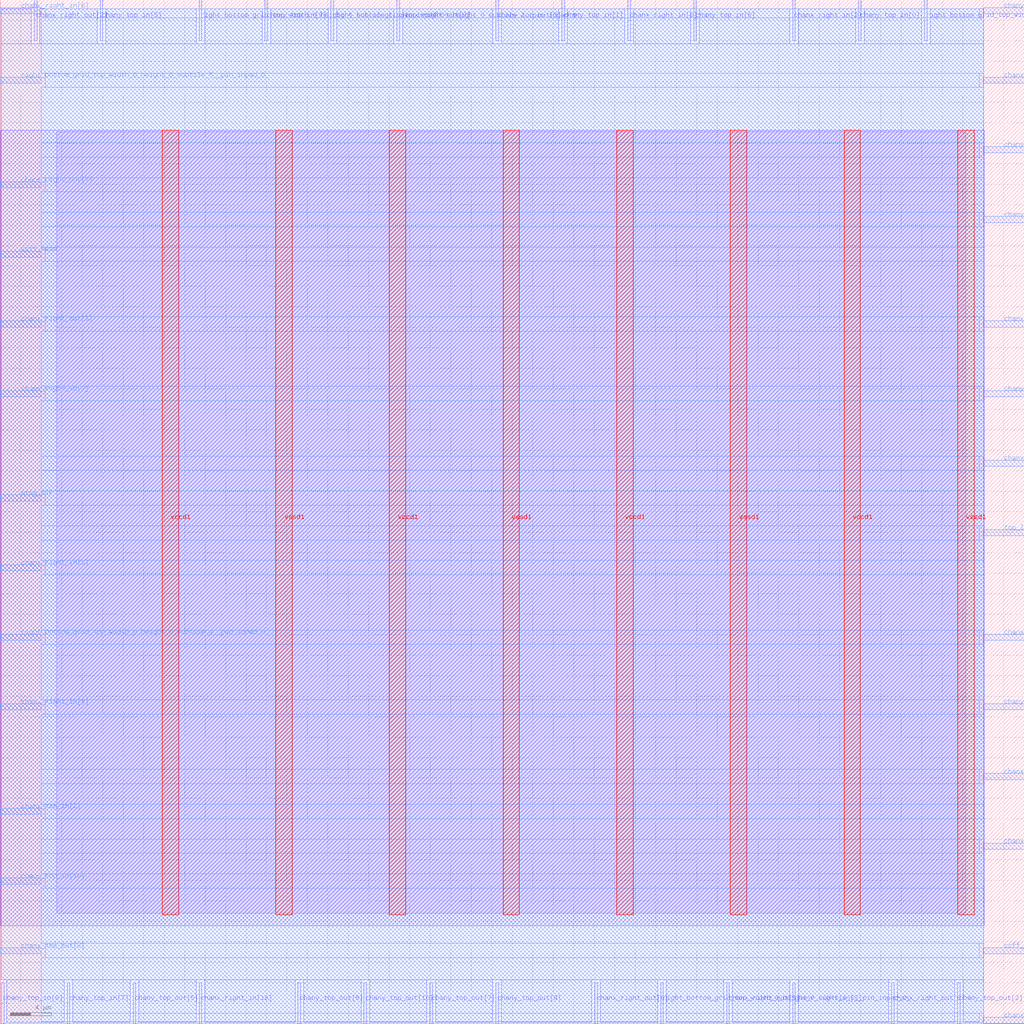
<source format=lef>
VERSION 5.7 ;
  NOWIREEXTENSIONATPIN ON ;
  DIVIDERCHAR "/" ;
  BUSBITCHARS "[]" ;
MACRO sb_0__0_
  CLASS BLOCK ;
  FOREIGN sb_0__0_ ;
  ORIGIN 0.000 0.000 ;
  SIZE 100.000 BY 100.000 ;
  PIN ccff_head
    PORT
      LAYER met3 ;
        RECT 0.000 74.840 4.000 75.440 ;
    END
  END ccff_head
  PIN ccff_tail
    PORT
      LAYER met3 ;
        RECT 96.000 6.840 100.000 7.440 ;
    END
  END ccff_tail
  PIN chanx_right_in[0]
    PORT
      LAYER met3 ;
        RECT 96.000 54.440 100.000 55.040 ;
    END
  END chanx_right_in[0]
  PIN chanx_right_in[10]
    PORT
      LAYER met2 ;
        RECT 19.410 0.000 19.690 4.000 ;
    END
  END chanx_right_in[10]
  PIN chanx_right_in[1]
    PORT
      LAYER met3 ;
        RECT 96.000 37.440 100.000 38.040 ;
    END
  END chanx_right_in[1]
  PIN chanx_right_in[2]
    PORT
      LAYER met2 ;
        RECT 77.370 96.000 77.650 100.000 ;
    END
  END chanx_right_in[2]
  PIN chanx_right_in[3]
    PORT
      LAYER met2 ;
        RECT 77.370 0.000 77.650 4.000 ;
    END
  END chanx_right_in[3]
  PIN chanx_right_in[4]
    PORT
      LAYER met3 ;
        RECT 0.000 30.640 4.000 31.240 ;
    END
  END chanx_right_in[4]
  PIN chanx_right_in[5]
    PORT
      LAYER met3 ;
        RECT 0.000 44.240 4.000 44.840 ;
    END
  END chanx_right_in[5]
  PIN chanx_right_in[6]
    PORT
      LAYER met3 ;
        RECT 0.000 98.640 4.000 99.240 ;
    END
  END chanx_right_in[6]
  PIN chanx_right_in[7]
    PORT
      LAYER met3 ;
        RECT 96.000 17.040 100.000 17.640 ;
    END
  END chanx_right_in[7]
  PIN chanx_right_in[8]
    PORT
      LAYER met2 ;
        RECT 61.270 96.000 61.550 100.000 ;
    END
  END chanx_right_in[8]
  PIN chanx_right_in[9]
    PORT
      LAYER met3 ;
        RECT 0.000 61.240 4.000 61.840 ;
    END
  END chanx_right_in[9]
  PIN chanx_right_out[0]
    PORT
      LAYER met2 ;
        RECT 58.050 0.000 58.330 4.000 ;
    END
  END chanx_right_out[0]
  PIN chanx_right_out[10]
    PORT
      LAYER met3 ;
        RECT 96.000 23.840 100.000 24.440 ;
    END
  END chanx_right_out[10]
  PIN chanx_right_out[1]
    PORT
      LAYER met3 ;
        RECT 96.000 68.040 100.000 68.640 ;
    END
  END chanx_right_out[1]
  PIN chanx_right_out[2]
    PORT
      LAYER met2 ;
        RECT 3.310 96.000 3.590 100.000 ;
    END
  END chanx_right_out[2]
  PIN chanx_right_out[3]
    PORT
      LAYER met3 ;
        RECT 0.000 68.040 4.000 68.640 ;
    END
  END chanx_right_out[3]
  PIN chanx_right_out[4]
    PORT
      LAYER met3 ;
        RECT 96.000 91.840 100.000 92.440 ;
    END
  END chanx_right_out[4]
  PIN chanx_right_out[5]
    PORT
      LAYER met2 ;
        RECT 70.930 0.000 71.210 4.000 ;
    END
  END chanx_right_out[5]
  PIN chanx_right_out[6]
    PORT
      LAYER met2 ;
        RECT 87.030 0.000 87.310 4.000 ;
    END
  END chanx_right_out[6]
  PIN chanx_right_out[7]
    PORT
      LAYER met3 ;
        RECT 0.000 81.640 4.000 82.240 ;
    END
  END chanx_right_out[7]
  PIN chanx_right_out[8]
    PORT
      LAYER met3 ;
        RECT 96.000 0.040 100.000 0.640 ;
    END
  END chanx_right_out[8]
  PIN chanx_right_out[9]
    PORT
      LAYER met2 ;
        RECT 38.730 96.000 39.010 100.000 ;
    END
  END chanx_right_out[9]
  PIN chany_top_in[0]
    PORT
      LAYER met2 ;
        RECT 83.810 96.000 84.090 100.000 ;
    END
  END chany_top_in[0]
  PIN chany_top_in[10]
    PORT
      LAYER met3 ;
        RECT 0.000 13.640 4.000 14.240 ;
    END
  END chany_top_in[10]
  PIN chany_top_in[1]
    PORT
      LAYER met2 ;
        RECT 54.830 96.000 55.110 100.000 ;
    END
  END chany_top_in[1]
  PIN chany_top_in[2]
    PORT
      LAYER met3 ;
        RECT 0.000 20.440 4.000 21.040 ;
    END
  END chany_top_in[2]
  PIN chany_top_in[3]
    PORT
      LAYER met3 ;
        RECT 96.000 98.640 100.000 99.240 ;
    END
  END chany_top_in[3]
  PIN chany_top_in[4]
    PORT
      LAYER met3 ;
        RECT 96.000 78.240 100.000 78.840 ;
    END
  END chany_top_in[4]
  PIN chany_top_in[5]
    PORT
      LAYER met2 ;
        RECT 9.750 96.000 10.030 100.000 ;
    END
  END chany_top_in[5]
  PIN chany_top_in[6]
    PORT
      LAYER met2 ;
        RECT 67.710 96.000 67.990 100.000 ;
    END
  END chany_top_in[6]
  PIN chany_top_in[7]
    PORT
      LAYER met2 ;
        RECT 6.530 0.000 6.810 4.000 ;
    END
  END chany_top_in[7]
  PIN chany_top_in[8]
    PORT
      LAYER met2 ;
        RECT 0.090 0.000 0.370 4.000 ;
    END
  END chany_top_in[8]
  PIN chany_top_in[9]
    PORT
      LAYER met2 ;
        RECT 25.850 96.000 26.130 100.000 ;
    END
  END chany_top_in[9]
  PIN chany_top_out[0]
    PORT
      LAYER met3 ;
        RECT 96.000 85.040 100.000 85.640 ;
    END
  END chany_top_out[0]
  PIN chany_top_out[10]
    PORT
      LAYER met2 ;
        RECT 35.510 0.000 35.790 4.000 ;
    END
  END chany_top_out[10]
  PIN chany_top_out[1]
    PORT
      LAYER met3 ;
        RECT 96.000 61.240 100.000 61.840 ;
    END
  END chany_top_out[1]
  PIN chany_top_out[2]
    PORT
      LAYER met2 ;
        RECT 93.470 0.000 93.750 4.000 ;
    END
  END chany_top_out[2]
  PIN chany_top_out[3]
    PORT
      LAYER met2 ;
        RECT 48.390 96.000 48.670 100.000 ;
    END
  END chany_top_out[3]
  PIN chany_top_out[4]
    PORT
      LAYER met3 ;
        RECT 96.000 30.640 100.000 31.240 ;
    END
  END chany_top_out[4]
  PIN chany_top_out[5]
    PORT
      LAYER met2 ;
        RECT 12.970 0.000 13.250 4.000 ;
    END
  END chany_top_out[5]
  PIN chany_top_out[6]
    PORT
      LAYER met2 ;
        RECT 29.070 0.000 29.350 4.000 ;
    END
  END chany_top_out[6]
  PIN chany_top_out[7]
    PORT
      LAYER met2 ;
        RECT 41.950 0.000 42.230 4.000 ;
    END
  END chany_top_out[7]
  PIN chany_top_out[8]
    PORT
      LAYER met3 ;
        RECT 0.000 6.840 4.000 7.440 ;
    END
  END chany_top_out[8]
  PIN chany_top_out[9]
    PORT
      LAYER met2 ;
        RECT 48.390 0.000 48.670 4.000 ;
    END
  END chany_top_out[9]
  PIN prog_clk
    PORT
      LAYER met3 ;
        RECT 0.000 51.040 4.000 51.640 ;
    END
  END prog_clk
  PIN right_bottom_grid_top_width_0_height_0_subtile_0__pin_inpad_0_
    PORT
      LAYER met2 ;
        RECT 90.250 96.000 90.530 100.000 ;
    END
  END right_bottom_grid_top_width_0_height_0_subtile_0__pin_inpad_0_
  PIN right_bottom_grid_top_width_0_height_0_subtile_1__pin_inpad_0_
    PORT
      LAYER met2 ;
        RECT 19.410 96.000 19.690 100.000 ;
    END
  END right_bottom_grid_top_width_0_height_0_subtile_1__pin_inpad_0_
  PIN right_bottom_grid_top_width_0_height_0_subtile_2__pin_inpad_0_
    PORT
      LAYER met2 ;
        RECT 32.290 96.000 32.570 100.000 ;
    END
  END right_bottom_grid_top_width_0_height_0_subtile_2__pin_inpad_0_
  PIN right_bottom_grid_top_width_0_height_0_subtile_3__pin_inpad_0_
    PORT
      LAYER met2 ;
        RECT 64.490 0.000 64.770 4.000 ;
    END
  END right_bottom_grid_top_width_0_height_0_subtile_3__pin_inpad_0_
  PIN right_bottom_grid_top_width_0_height_0_subtile_4__pin_inpad_0_
    PORT
      LAYER met3 ;
        RECT 0.000 37.440 4.000 38.040 ;
    END
  END right_bottom_grid_top_width_0_height_0_subtile_4__pin_inpad_0_
  PIN right_bottom_grid_top_width_0_height_0_subtile_5__pin_inpad_0_
    PORT
      LAYER met3 ;
        RECT 0.000 91.840 4.000 92.440 ;
    END
  END right_bottom_grid_top_width_0_height_0_subtile_5__pin_inpad_0_
  PIN top_left_grid_right_width_0_height_0_subtile_0__pin_inpad_0_
    PORT
      LAYER met3 ;
        RECT 96.000 47.640 100.000 48.240 ;
    END
  END top_left_grid_right_width_0_height_0_subtile_0__pin_inpad_0_
  PIN vccd1
    PORT
      LAYER met4 ;
        RECT 82.400 10.640 84.000 87.280 ;
    END
    PORT
      LAYER met4 ;
        RECT 60.205 10.640 61.805 87.280 ;
    END
    PORT
      LAYER met4 ;
        RECT 38.010 10.640 39.610 87.280 ;
    END
    PORT
      LAYER met4 ;
        RECT 15.815 10.640 17.415 87.280 ;
    END
  END vccd1
  PIN vssd1
    PORT
      LAYER met4 ;
        RECT 93.495 10.640 95.095 87.280 ;
    END
    PORT
      LAYER met4 ;
        RECT 71.300 10.640 72.900 87.280 ;
    END
    PORT
      LAYER met4 ;
        RECT 49.105 10.640 50.705 87.280 ;
    END
    PORT
      LAYER met4 ;
        RECT 26.910 10.640 28.510 87.280 ;
    END
  END vssd1
  OBS
      LAYER li1 ;
        RECT 5.520 10.795 94.300 87.125 ;
      LAYER met1 ;
        RECT 0.070 9.560 96.070 87.280 ;
      LAYER met2 ;
        RECT 0.100 95.720 3.030 99.125 ;
        RECT 3.870 95.720 9.470 99.125 ;
        RECT 10.310 95.720 19.130 99.125 ;
        RECT 19.970 95.720 25.570 99.125 ;
        RECT 26.410 95.720 32.010 99.125 ;
        RECT 32.850 95.720 38.450 99.125 ;
        RECT 39.290 95.720 48.110 99.125 ;
        RECT 48.950 95.720 54.550 99.125 ;
        RECT 55.390 95.720 60.990 99.125 ;
        RECT 61.830 95.720 67.430 99.125 ;
        RECT 68.270 95.720 77.090 99.125 ;
        RECT 77.930 95.720 83.530 99.125 ;
        RECT 84.370 95.720 89.970 99.125 ;
        RECT 90.810 95.720 96.050 99.125 ;
        RECT 0.100 4.280 96.050 95.720 ;
        RECT 0.650 0.155 6.250 4.280 ;
        RECT 7.090 0.155 12.690 4.280 ;
        RECT 13.530 0.155 19.130 4.280 ;
        RECT 19.970 0.155 28.790 4.280 ;
        RECT 29.630 0.155 35.230 4.280 ;
        RECT 36.070 0.155 41.670 4.280 ;
        RECT 42.510 0.155 48.110 4.280 ;
        RECT 48.950 0.155 57.770 4.280 ;
        RECT 58.610 0.155 64.210 4.280 ;
        RECT 65.050 0.155 70.650 4.280 ;
        RECT 71.490 0.155 77.090 4.280 ;
        RECT 77.930 0.155 86.750 4.280 ;
        RECT 87.590 0.155 93.190 4.280 ;
        RECT 94.030 0.155 96.050 4.280 ;
      LAYER met3 ;
        RECT 4.400 98.240 95.600 99.105 ;
        RECT 4.000 92.840 96.060 98.240 ;
        RECT 4.400 91.440 95.600 92.840 ;
        RECT 4.000 86.040 96.060 91.440 ;
        RECT 4.000 84.640 95.600 86.040 ;
        RECT 4.000 82.640 96.060 84.640 ;
        RECT 4.400 81.240 96.060 82.640 ;
        RECT 4.000 79.240 96.060 81.240 ;
        RECT 4.000 77.840 95.600 79.240 ;
        RECT 4.000 75.840 96.060 77.840 ;
        RECT 4.400 74.440 96.060 75.840 ;
        RECT 4.000 69.040 96.060 74.440 ;
        RECT 4.400 67.640 95.600 69.040 ;
        RECT 4.000 62.240 96.060 67.640 ;
        RECT 4.400 60.840 95.600 62.240 ;
        RECT 4.000 55.440 96.060 60.840 ;
        RECT 4.000 54.040 95.600 55.440 ;
        RECT 4.000 52.040 96.060 54.040 ;
        RECT 4.400 50.640 96.060 52.040 ;
        RECT 4.000 48.640 96.060 50.640 ;
        RECT 4.000 47.240 95.600 48.640 ;
        RECT 4.000 45.240 96.060 47.240 ;
        RECT 4.400 43.840 96.060 45.240 ;
        RECT 4.000 38.440 96.060 43.840 ;
        RECT 4.400 37.040 95.600 38.440 ;
        RECT 4.000 31.640 96.060 37.040 ;
        RECT 4.400 30.240 95.600 31.640 ;
        RECT 4.000 24.840 96.060 30.240 ;
        RECT 4.000 23.440 95.600 24.840 ;
        RECT 4.000 21.440 96.060 23.440 ;
        RECT 4.400 20.040 96.060 21.440 ;
        RECT 4.000 18.040 96.060 20.040 ;
        RECT 4.000 16.640 95.600 18.040 ;
        RECT 4.000 14.640 96.060 16.640 ;
        RECT 4.400 13.240 96.060 14.640 ;
        RECT 4.000 7.840 96.060 13.240 ;
        RECT 4.400 6.440 95.600 7.840 ;
        RECT 4.000 1.040 96.060 6.440 ;
        RECT 4.000 0.175 95.600 1.040 ;
  END
END sb_0__0_
END LIBRARY


</source>
